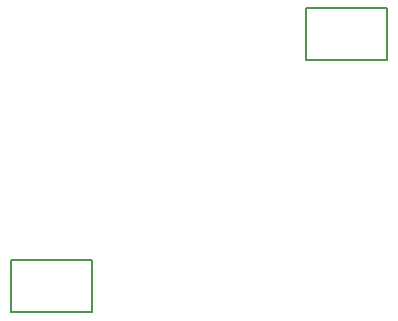
<source format=gbr>
%TF.GenerationSoftware,Altium Limited,Altium Designer,25.8.1 (18)*%
G04 Layer_Color=16711935*
%FSLAX45Y45*%
%MOMM*%
%TF.SameCoordinates,5194DE87-2E3A-4D0E-B7FB-1F2D01658319*%
%TF.FilePolarity,Positive*%
%TF.FileFunction,Other,Bottom_Courtyard*%
%TF.Part,Single*%
G01*
G75*
%TA.AperFunction,NonConductor*%
%ADD27C,0.20000*%
D27*
X8738000Y7972000D02*
X9423000D01*
X8738000D02*
Y8411000D01*
X9423000D01*
Y7972000D02*
Y8411000D01*
X6236100Y6277500D02*
X6921100D01*
Y5838500D02*
Y6277500D01*
X6236100Y5838500D02*
X6921100D01*
X6236100D02*
Y6277500D01*
%TF.MD5,49ca06783bcd721f3abd4b448d8302ef*%
M02*

</source>
